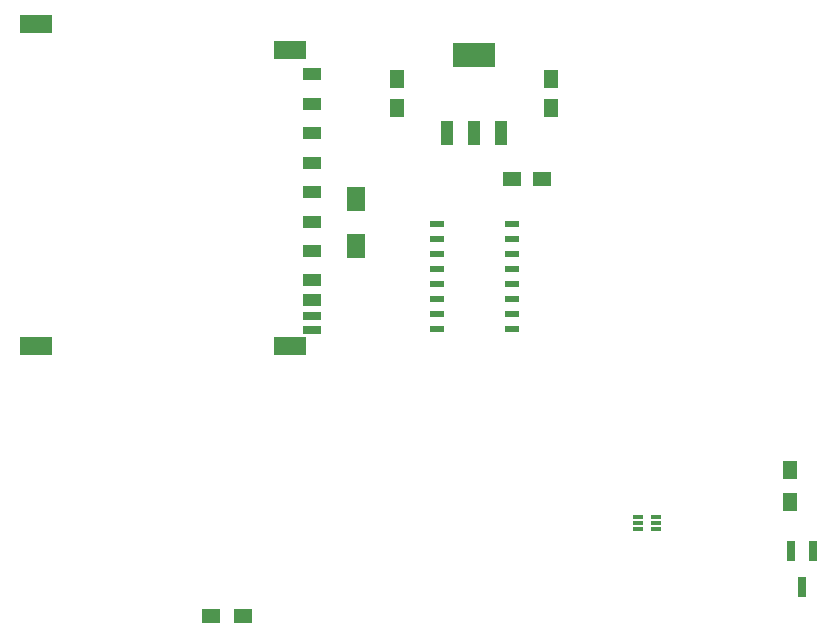
<source format=gbp>
G04 #@! TF.FileFunction,Paste,Bot*
%FSLAX46Y46*%
G04 Gerber Fmt 4.6, Leading zero omitted, Abs format (unit mm)*
G04 Created by KiCad (PCBNEW 4.0.5+dfsg1-4) date Wed Apr 10 14:12:04 2019*
%MOMM*%
%LPD*%
G01*
G04 APERTURE LIST*
%ADD10C,0.100000*%
%ADD11R,0.850000X0.300000*%
%ADD12R,1.501140X0.701040*%
%ADD13R,1.501140X1.000760*%
%ADD14R,2.799080X1.501140*%
%ADD15R,1.016000X2.032000*%
%ADD16R,3.657600X2.032000*%
%ADD17R,1.143000X0.508000*%
%ADD18R,1.250000X1.500000*%
%ADD19R,1.500000X1.250000*%
%ADD20R,1.300000X1.500000*%
%ADD21R,1.600000X2.000000*%
%ADD22R,0.800100X1.800860*%
%ADD23R,1.500000X1.300000*%
G04 APERTURE END LIST*
D10*
D11*
X150913000Y-116086000D03*
X150913000Y-116586000D03*
X150913000Y-117086000D03*
X152363000Y-117086000D03*
X152363000Y-116586000D03*
X152363000Y-116086000D03*
D12*
X123250700Y-100250420D03*
X123250700Y-99049000D03*
D13*
X123250700Y-81124220D03*
D14*
X121449840Y-76549680D03*
X121449840Y-101649960D03*
X99948740Y-74350040D03*
X99948740Y-101649960D03*
D13*
X123250700Y-78624860D03*
X123250700Y-97751060D03*
X123250700Y-96049260D03*
X123250700Y-93626100D03*
X123250700Y-91124200D03*
X123250700Y-88624840D03*
X123250700Y-86125480D03*
X123250700Y-83626120D03*
D15*
X139286000Y-83552000D03*
X134714000Y-83552000D03*
X137000000Y-83552000D03*
D16*
X137000000Y-76948000D03*
D17*
X133825000Y-92575000D03*
X140175000Y-91305000D03*
X140175000Y-92575000D03*
X140175000Y-93845000D03*
X140175000Y-95115000D03*
X140175000Y-96385000D03*
X140175000Y-97655000D03*
X140175000Y-98925000D03*
X140175000Y-100195000D03*
X133825000Y-100195000D03*
X133825000Y-98925000D03*
X133825000Y-97655000D03*
X133825000Y-96385000D03*
X133825000Y-95115000D03*
X133825000Y-93845000D03*
X133825000Y-91305000D03*
D18*
X143500000Y-81500000D03*
X143500000Y-79000000D03*
X130500000Y-81500000D03*
X130500000Y-79000000D03*
D19*
X142750000Y-87500000D03*
X140250000Y-87500000D03*
D20*
X163750000Y-114850000D03*
X163750000Y-112150000D03*
D21*
X127000000Y-93150000D03*
X127000000Y-89150000D03*
D22*
X164750000Y-122001140D03*
X165700000Y-118998860D03*
X163800000Y-118998860D03*
D23*
X114717840Y-124495560D03*
X117417840Y-124495560D03*
M02*

</source>
